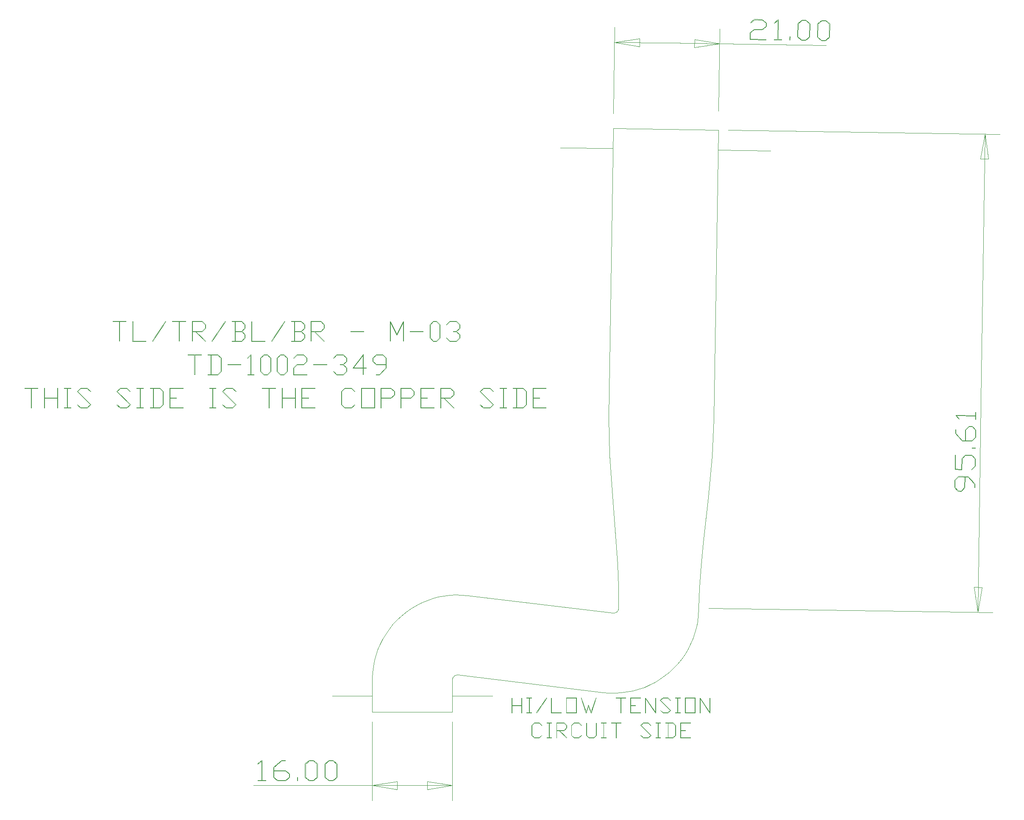
<source format=gbr>
G04 AutoGERB 2.0 for AutoCAD 14*
G04 RS274-X Output *
%FSLAX34Y34*%
%MOMM*%
%ADD12C,0.005000*%
%ADD13C,0.007000*%
G54D12*X2050338Y1995674D02*X2155326Y1994109D01*G54D13*X2550197Y1343224D02*X2563417Y1328333D01*X2563307Y1320958*X2562455Y1320971*X2562560Y1327996*X2549863Y1342261*X2543880Y1342350*X2543563Y1321081*X2536589Y1313689*X2529664Y1313793*X2522907Y1321389*X2523127Y1336131*X2530108Y1343523*X2550197Y1343224*G54D13*X2543000Y1342363D02*X2530414Y1342551D01*X2523987Y1335739*X2523778Y1321726*X2530000Y1314756*X2536255Y1314662*X2542688Y1321444*X2543000Y1342363*G54D13*X2557444Y1386288D02*X2564168Y1378691D01*X2563948Y1363949*X2557160Y1356675*X2556529Y1357383*X2563100Y1364312*X2563309Y1378325*X2557110Y1385325*X2544230Y1385517*X2537824Y1378705*X2537498Y1356849*X2523439Y1357058*X2523874Y1386289*X2524734Y1386276*X2524313Y1358012*X2536626Y1357829*X2536943Y1379097*X2543924Y1386489*X2557444Y1386288*G54D13*X2564091Y1400592D02*X2564077Y1399624D01*X2557481Y1399722*X2557496Y1400690*X2564091Y1400592*G54D13*X2558302Y1443850D02*X2565026Y1436254D01*X2564806Y1421512*X2557859Y1414120*X2537742Y1414420*X2524516Y1429311*X2524625Y1436655*X2525485Y1436642*X2525381Y1429647*X2538105Y1415382*X2544087Y1415293*X2544404Y1436561*X2551379Y1443953*X2558302Y1443850*G54D13*X2557968Y1442888D02*X2551684Y1442982D01*X2545278Y1436169*X2544967Y1415280*X2557553Y1415092*X2563958Y1421874*X2564167Y1435888*X2557968Y1442888*G54D13*X2565559Y1472042D02*X2565345Y1457650D01*X2564492Y1457662*X2564592Y1464390*X2526527Y1464957*X2532306Y1458492*X2531654Y1457802*X2525051Y1465247*X2525061Y1465917*X2564606Y1465328*X2564706Y1472055*X2565559Y1472042*G54D12*X2070932Y2035372D02*X2613438Y2027285D01*G54D12*X2031684Y1079729D02*X2599187Y1071270D01*G54D12*X2583441Y2027732D02*X2576316Y1549725D01*G54D12*X2569191Y1071717D02*X2576316Y1549725D01*G54D12*X2574697Y1977857D02*X2590695Y1977619D01*X2583441Y2027732*X2583441Y2027732*X2574697Y1977857*G54D12*X2577935Y1121592D02*X2561937Y1121831D01*X2569191Y1071717*X2569191Y1071717*X2577935Y1121592*G54D13*X2146953Y2242850D02*X2138607Y2236110D01*X2122775Y2236346*X2115117Y2230156*X2114929Y2217569*X2146020Y2217107*X2146007Y2216254*X2113853Y2216733*X2114058Y2230492*X2122403Y2237232*X2138202Y2236997*X2145893Y2243214*X2145986Y2249469*X2138484Y2255912*X2123070Y2256142*X2115246Y2249763*X2114486Y2250417*X2122698Y2257008*X2138915Y2256766*X2147056Y2249774*X2146953Y2242850*G54D13*X2177680Y2215782D02*X2161847Y2216018D01*X2161860Y2216871*X2169260Y2216760*X2169828Y2254825*X2162725Y2249055*X2161965Y2249709*X2170145Y2256301*X2170882Y2256290*X2170292Y2216745*X2177692Y2216635*X2177680Y2215782*G54D13*X2194074Y2215940D02*X2193009Y2215956D01*X2193107Y2222552*X2194172Y2222536*X2194074Y2215940*G54D13*X2233732Y2221783D02*X2225387Y2215071D01*X2217086Y2215194*X2208945Y2222153*X2209343Y2248846*X2217688Y2255592*X2225989Y2255468*X2234130Y2248476*X2233732Y2221783*G54D13*X2232673Y2222119D02*X2233061Y2248171D01*X2225592Y2254608*X2218060Y2254720*X2210402Y2248509*X2210014Y2222457*X2217484Y2216042*X2225015Y2215929*X2232673Y2222119*G54D13*X2273328Y2221193D02*X2264983Y2214480D01*X2256683Y2214604*X2248541Y2221562*X2248939Y2248255*X2257285Y2255002*X2265585Y2254878*X2273726Y2247886*X2273328Y2221193*G54D13*X2272269Y2221529D02*X2272657Y2247581D01*X2265187Y2254018*X2257656Y2254130*X2249999Y2247919*X2249610Y2221866*X2257079Y2215451*X2264611Y2215339*X2272269Y2221529*G54D12*X1841399Y2068397D02*X1843974Y2241161D01*G54D12*X2051501Y2073692D02*X2053951Y2238031D01*G54D12*X1843527Y2211164D02*X1948515Y2209599D01*G54D12*X2053503Y2208034D02*X1948515Y2209599D01*G54D12*X1948515Y2209599D02*X2266293Y2204862D01*G54D12*X1893402Y2202420D02*X1893640Y2218418D01*X1843527Y2211164*X1843527Y2211164*X1893402Y2202420*G54D12*X2003628Y2216778D02*X2003390Y2200780D01*X2053503Y2208034*X2053503Y2208034*X2003628Y2216778*G54D13*X691312Y1519363D02*X678568Y1519363D01*X678568Y1480223*X677688Y1480223*X677688Y1519363*X664943Y1519363*X664943Y1520223*X691312Y1520223*X691312Y1519363*G54D13*X731339Y1480223D02*X730452Y1480223D01*X730452Y1499565*X704971Y1499565*X704971Y1480223*X704084Y1480223*X704084Y1519793*X704971Y1519793*X704971Y1500445*X730452Y1500445*X730452Y1519793*X731339Y1519793*X731339Y1480223*G54D13*X757278Y1479820D02*X744084Y1479820D01*X744084Y1480673*X750251Y1480673*X750251Y1519363*X744084Y1519363*X744084Y1520223*X757278Y1520223*X757278Y1519363*X751111Y1519363*X751111Y1480673*X757278Y1480673*X757278Y1479820*G54D13*X797469Y1486820D02*X790435Y1479820D01*X776920Y1479820*X770159Y1486500*X770800Y1487141*X777241Y1480673*X790087Y1480673*X796262Y1486820*X769886Y1513189*X776920Y1520223*X790435Y1520223*X797169Y1513510*X796528Y1512868*X790087Y1519363*X777241Y1519363*X771094Y1513189*X797469Y1486820*G54D13*X876610Y1486820D02*X869576Y1479820D01*X856060Y1479820*X849299Y1486500*X849941Y1487141*X856381Y1480673*X869228Y1480673*X875402Y1486820*X849027Y1513189*X856060Y1520223*X869576Y1520223*X876309Y1513510*X875668Y1512868*X869228Y1519363*X856381Y1519363*X850234Y1513189*X876610Y1486820*G54D13*X902385Y1479820D02*X889190Y1479820D01*X889190Y1480673*X895358Y1480673*X895358Y1519363*X889190Y1519363*X889190Y1520223*X902385Y1520223*X902385Y1519363*X896217Y1519363*X896217Y1480673*X902385Y1480673*X902385Y1479820*G54D13*X942412Y1486657D02*X935542Y1479820D01*X915586Y1479820*X915586Y1480673*X921754Y1480673*X921754Y1519363*X915586Y1519363*X915586Y1520223*X935542Y1520223*X942412Y1513353*X942412Y1486657*G54D13*X941525Y1486977D02*X941525Y1513032D01*X935194Y1519357*X922613Y1519357*X922613Y1480673*X935194Y1480673*X941525Y1486977*G54D13*X981525Y1479820D02*X954727Y1479820D01*X954727Y1520223*X981525Y1520223*X981525Y1519363*X955614Y1519363*X955614Y1500445*X968351Y1500445*X968351Y1499565*X955614Y1499565*X955614Y1480673*X981525Y1480673*X981525Y1479820*G54D13*X1047491Y1479820D02*X1034297Y1479820D01*X1034297Y1480673*X1040464Y1480673*X1040464Y1519363*X1034297Y1519363*X1034297Y1520223*X1047491Y1520223*X1047491Y1519363*X1041324Y1519363*X1041324Y1480673*X1047491Y1480673*X1047491Y1479820*G54D13*X1087683Y1486820D02*X1080649Y1479820D01*X1067133Y1479820*X1060372Y1486500*X1061014Y1487141*X1067454Y1480673*X1080301Y1480673*X1086475Y1486820*X1060099Y1513189*X1067133Y1520223*X1080649Y1520223*X1087382Y1513510*X1086741Y1512868*X1080301Y1519363*X1067454Y1519363*X1061307Y1513189*X1087683Y1486820*G54D13*X1166202Y1519363D02*X1153458Y1519363D01*X1153458Y1480223*X1152578Y1480223*X1152578Y1519363*X1139833Y1519363*X1139833Y1520223*X1166202Y1520223*X1166202Y1519363*G54D13*X1206229Y1480223D02*X1205342Y1480223D01*X1205342Y1499565*X1179861Y1499565*X1179861Y1480223*X1178974Y1480223*X1178974Y1519793*X1179861Y1519793*X1179861Y1500445*X1205342Y1500445*X1205342Y1519793*X1206229Y1519793*X1206229Y1480223*G54D13*X1245342Y1479820D02*X1218544Y1479820D01*X1218544Y1520223*X1245342Y1520223*X1245342Y1519363*X1219431Y1519363*X1219431Y1500445*X1232168Y1500445*X1232168Y1499565*X1219431Y1499565*X1219431Y1480673*X1245342Y1480673*X1245342Y1479820*G54D13*X1324803Y1486500D02*X1318070Y1479820D01*X1304554Y1479820*X1297684Y1486657*X1297684Y1513353*X1304554Y1520223*X1318070Y1520223*X1324803Y1513510*X1324162Y1512868*X1317722Y1519363*X1304875Y1519363*X1298571Y1513032*X1298571Y1486977*X1304875Y1480673*X1317722Y1480673*X1324162Y1487141*X1324803Y1486500*G54D13*X1364510Y1479820D02*X1337254Y1479820D01*X1337254Y1520223*X1364510Y1520223*X1364510Y1479820*G54D13*X1363623Y1480673D02*X1363623Y1519357D01*X1338141Y1519357*X1338141Y1480673*X1363623Y1480673*G54D13*X1404080Y1506428D02*X1397210Y1499565D01*X1377712Y1499565*X1377712Y1480223*X1376825Y1480223*X1376825Y1520223*X1397210Y1520223*X1404080Y1513353*X1404080Y1506428*G54D13*X1403193Y1506776D02*X1403193Y1513032D01*X1396862Y1519357*X1377712Y1519357*X1377712Y1500445*X1396862Y1500445*X1403193Y1506776*G54D13*X1443650Y1506428D02*X1436780Y1499565D01*X1417282Y1499565*X1417282Y1480223*X1416395Y1480223*X1416395Y1520223*X1436780Y1520223*X1443650Y1513353*X1443650Y1506428*G54D13*X1442764Y1506776D02*X1442764Y1513032D01*X1436432Y1519357*X1417282Y1519357*X1417282Y1500445*X1436432Y1500445*X1442764Y1506776*G54D13*X1482764Y1479820D02*X1455965Y1479820D01*X1455965Y1520223*X1482764Y1520223*X1482764Y1519363*X1456852Y1519363*X1456852Y1500445*X1469589Y1500445*X1469589Y1499565*X1456852Y1499565*X1456852Y1480673*X1482764Y1480673*X1482764Y1479820*G54D13*X1522791Y1506428D02*X1515921Y1499565D01*X1503606Y1499565*X1522654Y1480571*X1522013Y1479930*X1502405Y1499565*X1496422Y1499565*X1496422Y1480223*X1495535Y1480223*X1495535Y1520223*X1515921Y1520223*X1522791Y1513353*X1522791Y1506428*G54D13*X1521904Y1506776D02*X1521904Y1513032D01*X1515573Y1519357*X1496422Y1519357*X1496422Y1500445*X1515573Y1500445*X1521904Y1506776*G54D13*X1602095Y1486820D02*X1595061Y1479820D01*X1581546Y1479820*X1574785Y1486500*X1575426Y1487141*X1581866Y1480673*X1594713Y1480673*X1600887Y1486820*X1574512Y1513189*X1581546Y1520223*X1595061Y1520223*X1601795Y1513510*X1601153Y1512868*X1594713Y1519363*X1581866Y1519363*X1575719Y1513189*X1602095Y1486820*G54D13*X1627870Y1479820D02*X1614676Y1479820D01*X1614676Y1480673*X1620843Y1480673*X1620843Y1519363*X1614676Y1519363*X1614676Y1520223*X1627870Y1520223*X1627870Y1519363*X1621703Y1519363*X1621703Y1480673*X1627870Y1480673*X1627870Y1479820*G54D13*X1667897Y1486657D02*X1661027Y1479820D01*X1641072Y1479820*X1641072Y1480673*X1647239Y1480673*X1647239Y1519363*X1641072Y1519363*X1641072Y1520223*X1661027Y1520223*X1667897Y1513353*X1667897Y1486657*G54D13*X1667011Y1486977D02*X1667011Y1513032D01*X1660679Y1519357*X1648099Y1519357*X1648099Y1480673*X1660679Y1480673*X1667011Y1486977*G54D13*X1707011Y1479820D02*X1680212Y1479820D01*X1680212Y1520223*X1707011Y1520223*X1707011Y1519363*X1681099Y1519363*X1681099Y1500445*X1693836Y1500445*X1693836Y1499565*X1681099Y1499565*X1681099Y1480673*X1707011Y1480673*X1707011Y1479820*G54D12*X2042319Y1457690D02*X2050934Y2035670D01*G54D12*X1832342Y1460820D02*X1840957Y2038800D01*G54D12*X1549850Y1105370D02*X1538063Y1106370D01*X1526234Y1106548*X1514422Y1105903*X1502684Y1104439*X1491076Y1102161*X1479654Y1099081*X1468474Y1095215*X1457590Y1090581*X1447055Y1085200*X1436919Y1079101*X1427232Y1072311*X1418041Y1064863*X1409389Y1056795*X1401320Y1048145*X1393872Y1038954*X1387082Y1029268*X1380981Y1019133*X1375600Y1008598*X1370964Y997714*X1367097Y986535*X1364016Y975113*X1361738Y963505*X1360272Y951767*X1359626Y939955*X1359592Y936582*G54D12*X1359592Y872582D02*X1519592Y872582D01*G54D13*X1146650Y735048D02*X1130817Y735048D01*X1130817Y735901*X1138218Y735901*X1138218Y773971*X1131202Y768096*X1130432Y768738*X1138512Y775451*X1139249Y775451*X1139249Y735901*X1146650Y735901*X1146650Y735048*G54D13*X1194683Y741885D02*X1186439Y735048D01*X1170220Y735048*X1161976Y741885*X1161976Y762004*X1178137Y775451*X1186218Y775451*X1186218Y774591*X1178522Y774591*X1163041Y761656*X1163041Y755673*X1186439Y755673*X1194683Y748809*X1194683Y741885*G54D13*X1193619Y742205D02*X1193619Y748489D01*X1186021Y754793*X1163041Y754793*X1163041Y742205*X1170605Y735901*X1186021Y735901*X1193619Y742205*G54D13*X1210525Y735451D02*X1209460Y735451D01*X1209460Y742048*X1210525Y742048*X1210525Y735451*G54D13*X1250092Y741885D02*X1241848Y735048D01*X1233546Y735048*X1225302Y741885*X1225302Y768581*X1233546Y775451*X1241848Y775451*X1250092Y768581*X1250092Y741885*G54D13*X1249028Y742205D02*X1249028Y768260D01*X1241463Y774585*X1233931Y774585*X1226366Y768260*X1226366Y742205*X1233931Y735901*X1241463Y735901*X1249028Y742205*G54D13*X1289692Y741885D02*X1281448Y735048D01*X1273147Y735048*X1264902Y741885*X1264902Y768581*X1273147Y775451*X1281448Y775451*X1289692Y768581*X1289692Y741885*G54D13*X1288628Y742205D02*X1288628Y768260D01*X1281063Y774585*X1273531Y774585*X1265967Y768260*X1265967Y742205*X1273531Y735901*X1281063Y735901*X1288628Y742205*G54D12*X1359592Y852582D02*X1359592Y695451D01*G54D12*X1519592Y852582D02*X1519592Y695451D01*G54D12*X1359592Y725451D02*X1439592Y725451D01*G54D12*X1439592Y725451D02*X1122900Y725451D01*G54D12*X1519592Y725451D02*X1439592Y725451D01*G54D12*X1409592Y717451D02*X1409592Y733451D01*X1359592Y725451*X1359592Y725451*X1409592Y717451*G54D12*X1469592Y733451D02*X1469592Y717451D01*X1519592Y725451*X1519592Y725451*X1469592Y733451*G54D12*X1279592Y904582D02*X1359592Y904582D01*G54D12*X1359592Y872582D02*X1359592Y936582D01*G54D12*X1821416Y911629D02*X1833203Y910629D01*X1845031Y910451*X1856843Y911096*X1868582Y912561*X1880190Y914839*X1891612Y917918*X1902792Y921785*X1913676Y926419*X1924211Y931799*X1934347Y937899*X1944034Y944689*X1953225Y952136*X1961876Y960204*X1969945Y968855*X1977393Y978045*X1984184Y987732*X1990285Y997867*X1995666Y1008402*X2000301Y1019285*X2004168Y1030465*X2007249Y1041886*X2009528Y1053494*X2010994Y1065233*X2011640Y1077045*X2011654Y1077884*G54D13*X1698432Y825597D02*X1693382Y820588D01*X1683245Y820588*X1678093Y825715*X1678093Y845737*X1683245Y850890*X1693382Y850890*X1698432Y845855*X1697951Y845374*X1693121Y850245*X1683486Y850245*X1678758Y845497*X1678758Y825956*X1683486Y821228*X1693121Y821228*X1697951Y826078*X1698432Y825597*G54D13*X1717989Y820588D02*X1708093Y820588D01*X1708093Y821228*X1712718Y821228*X1712718Y850245*X1708093Y850245*X1708093Y850890*X1717989Y850890*X1717989Y850245*X1713363Y850245*X1713363Y821228*X1717989Y821228*X1717989Y820588*G54D13*X1748009Y840544D02*X1742856Y835396D01*X1733621Y835396*X1747907Y821151*X1747426Y820670*X1732720Y835396*X1728232Y835396*X1728232Y820890*X1727567Y820890*X1727567Y850890*X1742856Y850890*X1748009Y845737*X1748009Y840544*G54D13*X1747344Y840805D02*X1747344Y845497D01*X1742595Y850240*X1728232Y850240*X1728232Y836056*X1742595Y836056*X1747344Y840805*G54D13*X1777584Y825597D02*X1772534Y820588D01*X1762398Y820588*X1757245Y825715*X1757245Y845737*X1762398Y850890*X1772534Y850890*X1777584Y845855*X1777103Y845374*X1772273Y850245*X1762638Y850245*X1757910Y845497*X1757910Y825956*X1762638Y821228*X1772273Y821228*X1777103Y826078*X1777584Y825597*G54D13*X1807364Y825715D02*X1802212Y820588D01*X1792075Y820588*X1786923Y825715*X1786923Y850568*X1787588Y850568*X1787588Y825956*X1792316Y821228*X1801951Y821228*X1806699Y825956*X1806699Y850568*X1807364Y850568*X1807364Y825715*G54D13*X1826819Y820588D02*X1816923Y820588D01*X1816923Y821228*X1821548Y821228*X1821548Y850245*X1816923Y850245*X1816923Y850890*X1826819Y850890*X1826819Y850245*X1822193Y850245*X1822193Y821228*X1826819Y821228*X1826819Y820588*G54D13*X1856496Y850245D02*X1846938Y850245D01*X1846938Y820890*X1846278Y820890*X1846278Y850245*X1836720Y850245*X1836720Y850890*X1856496Y850890*X1856496Y850245*G54D13*X1916317Y825838D02*X1911042Y820588D01*X1900905Y820588*X1895834Y825597*X1896315Y826078*X1901146Y821228*X1910781Y821228*X1915411Y825838*X1895630Y845615*X1900905Y850890*X1911042Y850890*X1916092Y845855*X1915611Y845374*X1910781Y850245*X1901146Y850245*X1896535Y845615*X1916317Y825838*G54D13*X1935648Y820588D02*X1925753Y820588D01*X1925753Y821228*X1930378Y821228*X1930378Y850245*X1925753Y850245*X1925753Y850890*X1935648Y850890*X1935648Y850245*X1931023Y850245*X1931023Y821228*X1935648Y821228*X1935648Y820588*G54D13*X1965669Y825715D02*X1960516Y820588D01*X1945550Y820588*X1945550Y821228*X1950175Y821228*X1950175Y850245*X1945550Y850245*X1945550Y850890*X1960516Y850890*X1965669Y845737*X1965669Y825715*G54D13*X1965004Y825956D02*X1965004Y845497D01*X1960255Y850240*X1950820Y850240*X1950820Y821228*X1960255Y821228*X1965004Y825956*G54D13*X1995004Y820588D02*X1974905Y820588D01*X1974905Y850890*X1995004Y850890*X1995004Y850245*X1975570Y850245*X1975570Y836056*X1985123Y836056*X1985123Y835396*X1975570Y835396*X1975570Y821228*X1995004Y821228*X1995004Y820588*G54D13*X1658534Y870890D02*X1657869Y870890D01*X1657869Y885396*X1638758Y885396*X1638758Y870890*X1638093Y870890*X1638093Y900568*X1638758Y900568*X1638758Y886056*X1657869Y886056*X1657869Y900568*X1658534Y900568*X1658534Y870890*G54D13*X1677989Y870588D02*X1668093Y870588D01*X1668093Y871228*X1672718Y871228*X1672718Y900245*X1668093Y900245*X1668093Y900890*X1677989Y900890*X1677989Y900245*X1673363Y900245*X1673363Y871228*X1677989Y871228*X1677989Y870588*G54D13*X1707968Y900404D02*X1688171Y870747D01*X1687608Y871064*X1707385Y900726*X1707968Y900404*G54D13*X1737344Y870588D02*X1717245Y870588D01*X1717245Y900568*X1717910Y900568*X1717910Y871228*X1737344Y871228*X1737344Y870588*G54D13*X1767364Y870588D02*X1746923Y870588D01*X1746923Y900890*X1767364Y900890*X1767364Y870588*G54D13*X1766699Y871228D02*X1766699Y900240D01*X1747588Y900240*X1747588Y871228*X1766699Y871228*G54D13*X1806923Y900440D02*X1797042Y870890D01*X1796356Y870890*X1791751Y884690*X1787161Y870890*X1786481Y870890*X1776600Y900440*X1777265Y900685*X1786819Y871934*X1791751Y886762*X1796699Y871934*X1806257Y900685*X1806923Y900440*G54D13*X1865950Y900245D02*X1856392Y900245D01*X1856392Y870890*X1855732Y870890*X1855732Y900245*X1846174Y900245*X1846174Y900890*X1865950Y900890*X1865950Y900245*G54D13*X1895628Y870588D02*X1875529Y870588D01*X1875529Y900890*X1895628Y900890*X1895628Y900245*X1876194Y900245*X1876194Y886056*X1885747Y886056*X1885747Y885396*X1876194Y885396*X1876194Y871228*X1895628Y871228*X1895628Y870588*G54D13*X1925648Y870890D02*X1924942Y870890D01*X1905872Y899498*X1905872Y870890*X1905207Y870890*X1905207Y900547*X1905928Y900568*X1924983Y871975*X1924983Y900568*X1925648Y900568*X1925648Y870890*G54D13*X1955449Y875838D02*X1950173Y870588D01*X1940037Y870588*X1934966Y875597*X1935447Y876078*X1940278Y871228*X1949913Y871228*X1954543Y875838*X1934762Y895615*X1940037Y900890*X1950173Y900890*X1955224Y895855*X1954743Y895374*X1949913Y900245*X1940278Y900245*X1935667Y895615*X1955449Y875838*G54D13*X1974780Y870588D02*X1964884Y870588D01*X1964884Y871228*X1969510Y871228*X1969510Y900245*X1964884Y900245*X1964884Y900890*X1974780Y900890*X1974780Y900245*X1970155Y900245*X1970155Y871228*X1974780Y871228*X1974780Y870588*G54D13*X2004801Y870588D02*X1984359Y870588D01*X1984359Y900890*X2004801Y900890*X2004801Y870588*G54D13*X2004136Y871228D02*X2004136Y900240D01*X1985024Y900240*X1985024Y871228*X2004136Y871228*G54D13*X2034478Y870890D02*X2033772Y870890D01*X2014702Y899498*X2014702Y870890*X2014037Y870890*X2014037Y900547*X2014758Y900568*X2033813Y871975*X2033813Y900568*X2034478Y900568*X2034478Y870890*G54D12*X1530784Y946510D02*X1821416Y911629D01*G54D12*X1519592Y872582D02*X1519592Y936582D01*G54D12*X1519592Y904582D02*X1599592Y904582D01*G54D12*X1530784Y946510D02*X1530090Y946569D01*X1529395Y946580*X1528700Y946542*X1528009Y946456*X1527327Y946322*X1526655Y946140*X1525997Y945913*X1525357Y945640*X1524737Y945324*X1524141Y944965*X1523571Y944566*X1523030Y944128*X1522521Y943653*X1522047Y943144*X1521609Y942604*X1521209Y942034*X1520850Y941438*X1520534Y940818*X1520261Y940178*X1520034Y939520*X1519852Y938848*X1519718Y938165*X1519632Y937475*X1519594Y936780*X1519592Y936582*G54D12*X1840482Y1070489D02*X1549850Y1105370D01*G54D12*X2020747Y1211244D02*X2030790Y1301379D01*X2038729Y1383447*X2042319Y1457690*G54D12*X1846558Y1213840D02*X1839206Y1304235D01*X1833717Y1386503*X1832342Y1460820*G54D12*X1851704Y1082412D02*X1851472Y1123581D01*X1849677Y1167401*X1846558Y1213840*G54D12*X1840482Y1070489D02*X1841175Y1070430D01*X1841871Y1070420*X1842566Y1070458*X1843256Y1070544*X1843939Y1070678*X1844611Y1070859*X1845268Y1071087*X1845909Y1071359*X1846528Y1071676*X1847125Y1072035*X1847694Y1072434*X1848235Y1072872*X1848744Y1073347*X1849219Y1073855*X1849657Y1074396*X1850056Y1074966*X1850415Y1075562*X1850732Y1076182*X1851004Y1076822*X1851232Y1077480*X1851413Y1078151*X1851547Y1078834*X1851633Y1079525*X1851671Y1080220*X1851672Y1080269*G54D12*X1851672Y1080269D02*X1851704Y1082412D01*G54D12*X2011686Y1080027D02*X2013145Y1121171D01*X2016246Y1164918*X2020747Y1211244*G54D12*X2011654Y1077884D02*X2011686Y1080027D01*G54D13*X867979Y1652696D02*X855235Y1652696D01*X855235Y1613556*X854355Y1613556*X854355Y1652696*X841610Y1652696*X841610Y1653556*X867979Y1653556*X867979Y1652696*G54D13*X907549Y1613153D02*X880751Y1613153D01*X880751Y1653126*X881638Y1653126*X881638Y1614006*X907549Y1614006*X907549Y1613153*G54D13*X947522Y1652908D02*X921126Y1613365D01*X920375Y1613788*X946744Y1653338*X947522Y1652908*G54D13*X986690Y1652696D02*X973945Y1652696D01*X973945Y1613556*X973065Y1613556*X973065Y1652696*X960321Y1652696*X960321Y1653556*X986690Y1653556*X986690Y1652696*G54D13*X1026717Y1639761D02*X1019847Y1632898D01*X1007532Y1632898*X1026580Y1613904*X1025939Y1613263*X1006331Y1632898*X1000348Y1632898*X1000348Y1613556*X999461Y1613556*X999461Y1653556*X1019847Y1653556*X1026717Y1646686*X1026717Y1639761*G54D13*X1025830Y1640109D02*X1025830Y1646365D01*X1019499Y1652690*X1000348Y1652690*X1000348Y1633778*X1019499Y1633778*X1025830Y1640109*G54D13*X1066233Y1652908D02*X1039836Y1613365D01*X1039086Y1613788*X1065455Y1653338*X1066233Y1652908*G54D13*X1105857Y1619990D02*X1098987Y1613153D01*X1079031Y1613153*X1079031Y1614006*X1085199Y1614006*X1085199Y1652696*X1079031Y1652696*X1079031Y1653556*X1098987Y1653556*X1105857Y1646686*X1105857Y1639761*X1099417Y1633355*X1105857Y1626914*X1105857Y1619990*G54D13*X1104970Y1640109D02*X1104970Y1646365D01*X1098639Y1652690*X1086059Y1652690*X1086059Y1633778*X1098639Y1633778*X1104970Y1640109*G54D13*X1104970Y1620310D02*X1104970Y1626594D01*X1098639Y1632898*X1086059Y1632898*X1086059Y1614006*X1098639Y1614006*X1104970Y1620310*G54D13*X1144970Y1613153D02*X1118172Y1613153D01*X1118172Y1653126*X1119059Y1653126*X1119059Y1614006*X1144970Y1614006*X1144970Y1613153*G54D13*X1184943Y1652908D02*X1158547Y1613365D01*X1157797Y1613788*X1184165Y1653338*X1184943Y1652908*G54D13*X1224568Y1619990D02*X1217698Y1613153D01*X1197742Y1613153*X1197742Y1614006*X1203909Y1614006*X1203909Y1652696*X1197742Y1652696*X1197742Y1653556*X1217698Y1653556*X1224568Y1646686*X1224568Y1639761*X1218127Y1633355*X1224568Y1626914*X1224568Y1619990*G54D13*X1223681Y1640109D02*X1223681Y1646365D01*X1217350Y1652690*X1204769Y1652690*X1204769Y1633778*X1217350Y1633778*X1223681Y1640109*G54D13*X1223681Y1620310D02*X1223681Y1626594D01*X1217350Y1632898*X1204769Y1632898*X1204769Y1614006*X1217350Y1614006*X1223681Y1620310*G54D13*X1264138Y1639761D02*X1257268Y1632898D01*X1244953Y1632898*X1264002Y1613904*X1263360Y1613263*X1243753Y1632898*X1237769Y1632898*X1237769Y1613556*X1236882Y1613556*X1236882Y1653556*X1257268Y1653556*X1264138Y1646686*X1264138Y1639761*G54D13*X1263251Y1640109D02*X1263251Y1646365D01*X1256920Y1652690*X1237769Y1652690*X1237769Y1633778*X1256920Y1633778*X1263251Y1640109*G54D13*X1342821Y1632898D02*X1316453Y1632898D01*X1316453Y1633785*X1342821Y1633785*X1342821Y1632898*G54D13*X1422419Y1613556D02*X1421532Y1613556D01*X1421532Y1651243*X1408788Y1625761*X1396050Y1651243*X1396050Y1613556*X1395163Y1613556*X1395163Y1653126*X1396105Y1653126*X1408788Y1627747*X1421477Y1653126*X1422419Y1653126*X1422419Y1613556*G54D13*X1461532Y1632898D02*X1435163Y1632898D01*X1435163Y1633785*X1461532Y1633785*X1461532Y1632898*G54D13*X1494962Y1619990D02*X1488092Y1613153D01*X1481174Y1613153*X1474303Y1619990*X1474303Y1646686*X1481174Y1653556*X1488092Y1653556*X1494962Y1646686*X1494962Y1619990*G54D13*X1494075Y1620310D02*X1494075Y1646365D01*X1487771Y1652690*X1481494Y1652690*X1475190Y1646365*X1475190Y1620310*X1481494Y1614006*X1487771Y1614006*X1494075Y1620310*G54D13*X1534559Y1619990D02*X1527689Y1613153D01*X1514174Y1613153*X1507413Y1619833*X1508054Y1620474*X1514494Y1614006*X1527341Y1614006*X1533672Y1620310*X1533672Y1626594*X1527341Y1632898*X1520928Y1632898*X1520928Y1633778*X1527341Y1633778*X1533672Y1640109*X1533672Y1646365*X1527341Y1652696*X1514494Y1652696*X1508054Y1646201*X1507413Y1646843*X1514174Y1653556*X1527689Y1653556*X1534559Y1646686*X1534559Y1639761*X1528119Y1633355*X1534559Y1626914*X1534559Y1619990*G54D13*X1017979Y1586030D02*X1005235Y1586030D01*X1005235Y1546890*X1004355Y1546890*X1004355Y1586030*X991610Y1586030*X991610Y1586890*X1017979Y1586890*X1017979Y1586030*G54D13*X1058006Y1553324D02*X1051136Y1546487D01*X1031180Y1546487*X1031180Y1547340*X1037348Y1547340*X1037348Y1586030*X1031180Y1586030*X1031180Y1586890*X1051136Y1586890*X1058006Y1580020*X1058006Y1553324*G54D13*X1057119Y1553644D02*X1057119Y1579699D01*X1050788Y1586024*X1038208Y1586024*X1038208Y1547340*X1050788Y1547340*X1057119Y1553644*G54D13*X1097119Y1566232D02*X1070751Y1566232D01*X1070751Y1567119*X1097119Y1567119*X1097119Y1566232*G54D13*X1123515Y1546487D02*X1110321Y1546487D01*X1110321Y1547340*X1116488Y1547340*X1116488Y1585410*X1110642Y1579535*X1110000Y1580177*X1116734Y1586890*X1117348Y1586890*X1117348Y1547340*X1123515Y1547340*X1123515Y1546487*G54D13*X1156945Y1553324D02*X1150075Y1546487D01*X1143157Y1546487*X1136287Y1553324*X1136287Y1580020*X1143157Y1586890*X1150075Y1586890*X1156945Y1580020*X1156945Y1553324*G54D13*X1156059Y1553644D02*X1156059Y1579699D01*X1149755Y1586024*X1143478Y1586024*X1137174Y1579699*X1137174Y1553644*X1143478Y1547340*X1149755Y1547340*X1156059Y1553644*G54D13*X1189946Y1553324D02*X1183075Y1546487D01*X1176157Y1546487*X1169287Y1553324*X1169287Y1580020*X1176157Y1586890*X1183075Y1586890*X1189946Y1580020*X1189946Y1553324*G54D13*X1189059Y1553644D02*X1189059Y1579699D01*X1182755Y1586024*X1176478Y1586024*X1170174Y1579699*X1170174Y1553644*X1176478Y1547340*X1182755Y1547340*X1189059Y1553644*G54D13*X1229543Y1573095D02*X1222673Y1566232D01*X1209478Y1566232*X1203174Y1559928*X1203174Y1547340*X1229086Y1547340*X1229086Y1546487*X1202287Y1546487*X1202287Y1560248*X1209158Y1567112*X1222325Y1567112*X1228656Y1573443*X1228656Y1579699*X1222325Y1586030*X1209478Y1586030*X1203038Y1579535*X1202397Y1580177*X1209158Y1586890*X1222673Y1586890*X1229543Y1580020*X1229543Y1573095*G54D13*X1268656Y1566232D02*X1242287Y1566232D01*X1242287Y1567119*X1268656Y1567119*X1268656Y1566232*G54D13*X1308683Y1553324D02*X1301813Y1546487D01*X1288298Y1546487*X1281537Y1553167*X1282178Y1553808*X1288619Y1547340*X1301465Y1547340*X1307797Y1553644*X1307797Y1559928*X1301465Y1566232*X1295052Y1566232*X1295052Y1567112*X1301465Y1567112*X1307797Y1573443*X1307797Y1579699*X1301465Y1586030*X1288619Y1586030*X1282178Y1579535*X1281537Y1580177*X1288298Y1586890*X1301813Y1586890*X1308683Y1580020*X1308683Y1573095*X1302243Y1566689*X1308683Y1560248*X1308683Y1553324*G54D13*X1347797Y1559655D02*X1341656Y1559655D01*X1341656Y1546890*X1340769Y1546890*X1340769Y1559655*X1320541Y1559655*X1341656Y1587777*X1341656Y1560514*X1347797Y1560514*X1347797Y1559655*G54D13*X1340769Y1560514D02*X1340769Y1585143D01*X1322315Y1560514*X1340769Y1560514*G54D13*X1387824Y1559928D02*X1374356Y1546487D01*X1367595Y1546487*X1367595Y1547340*X1374036Y1547340*X1386937Y1560248*X1386937Y1566232*X1367438Y1566232*X1360568Y1573095*X1360568Y1580020*X1367438Y1586890*X1380954Y1586890*X1387824Y1580020*X1387824Y1559928*G54D13*X1386937Y1567112D02*X1386937Y1579699D01*X1380606Y1586024*X1367759Y1586024*X1361455Y1579699*X1361455Y1573443*X1367759Y1567112*X1386937Y1567112*G54D12*X1735373Y2000369D02*X1840361Y1998804D01*G54D12*X1840957Y2038800D02*X2050934Y2035670D01*M02*
</source>
